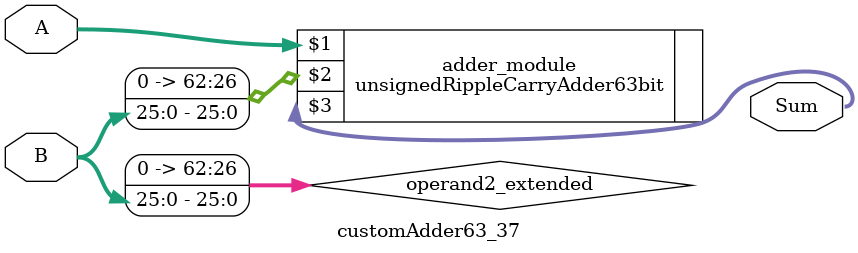
<source format=v>
module customAdder63_37(
                        input [62 : 0] A,
                        input [25 : 0] B,
                        
                        output [63 : 0] Sum
                );

        wire [62 : 0] operand2_extended;
        
        assign operand2_extended =  {37'b0, B};
        
        unsignedRippleCarryAdder63bit adder_module(
            A,
            operand2_extended,
            Sum
        );
        
        endmodule
        
</source>
